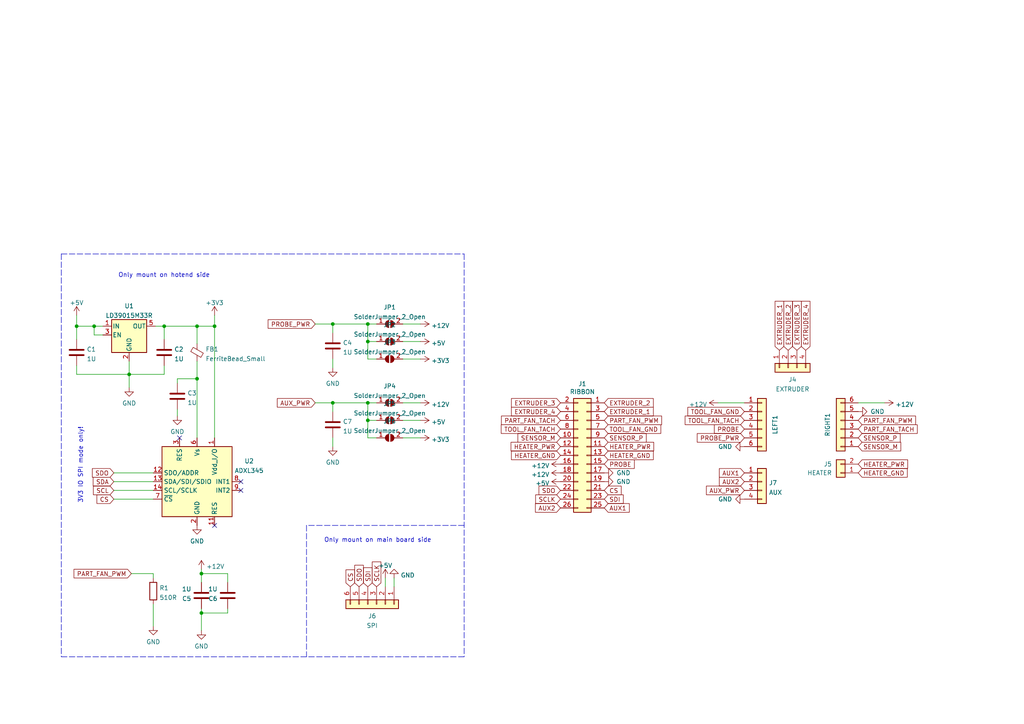
<source format=kicad_sch>
(kicad_sch (version 20211123) (generator eeschema)
  (paper "A4")
  (lib_symbols
    (symbol "Connector_Generic:Conn_02x13_Odd_Even" (pin_names (offset 1.016) hide)
      (property "Reference" "J" (at 1.27 17.78 0))
      (property "Value" "Connector_Generic_Conn_02x13_Odd_Even" (at 1.27 -17.78 0))
      (symbol "Conn_02x13_Odd_Even_1_1"
        (rectangle (start -1.27 -15.113) (end 0 -15.367) (stroke (width 0.1524)))
        (rectangle (start -1.27 -12.573) (end 0 -12.827) (stroke (width 0.1524)))
        (rectangle (start -1.27 -10.033) (end 0 -10.287) (stroke (width 0.1524)))
        (rectangle (start -1.27 -7.493) (end 0 -7.747) (stroke (width 0.1524)))
        (rectangle (start -1.27 -4.953) (end 0 -5.207) (stroke (width 0.1524)))
        (rectangle (start -1.27 -2.413) (end 0 -2.667) (stroke (width 0.1524)))
        (rectangle (start -1.27 0.127) (end 0 -0.127) (stroke (width 0.1524)))
        (rectangle (start -1.27 2.667) (end 0 2.413) (stroke (width 0.1524)))
        (rectangle (start -1.27 5.207) (end 0 4.953) (stroke (width 0.1524)))
        (rectangle (start -1.27 7.747) (end 0 7.493) (stroke (width 0.1524)))
        (rectangle (start -1.27 10.287) (end 0 10.033) (stroke (width 0.1524)))
        (rectangle (start -1.27 12.827) (end 0 12.573) (stroke (width 0.1524)))
        (rectangle (start -1.27 15.367) (end 0 15.113) (stroke (width 0.1524)))
        (rectangle (start -1.27 16.51) (end 3.81 -16.51) (stroke (width 0.254)) (fill (type background)))
        (rectangle (start 3.81 -15.113) (end 2.54 -15.367) (stroke (width 0.1524)))
        (rectangle (start 3.81 -12.573) (end 2.54 -12.827) (stroke (width 0.1524)))
        (rectangle (start 3.81 -10.033) (end 2.54 -10.287) (stroke (width 0.1524)))
        (rectangle (start 3.81 -7.493) (end 2.54 -7.747) (stroke (width 0.1524)))
        (rectangle (start 3.81 -4.953) (end 2.54 -5.207) (stroke (width 0.1524)))
        (rectangle (start 3.81 -2.413) (end 2.54 -2.667) (stroke (width 0.1524)))
        (rectangle (start 3.81 0.127) (end 2.54 -0.127) (stroke (width 0.1524)))
        (rectangle (start 3.81 2.667) (end 2.54 2.413) (stroke (width 0.1524)))
        (rectangle (start 3.81 5.207) (end 2.54 4.953) (stroke (width 0.1524)))
        (rectangle (start 3.81 7.747) (end 2.54 7.493) (stroke (width 0.1524)))
        (rectangle (start 3.81 10.287) (end 2.54 10.033) (stroke (width 0.1524)))
        (rectangle (start 3.81 12.827) (end 2.54 12.573) (stroke (width 0.1524)))
        (rectangle (start 3.81 15.367) (end 2.54 15.113) (stroke (width 0.1524)))
        (pin passive line (at -5.08 15.24 0) (length 3.81) (name "Pin_1") (number "1"))
        (pin passive line (at 7.62 5.08 180) (length 3.81) (name "Pin_10") (number "10"))
        (pin passive line (at -5.08 2.54 0) (length 3.81) (name "Pin_11") (number "11"))
        (pin passive line (at 7.62 2.54 180) (length 3.81) (name "Pin_12") (number "12"))
        (pin passive line (at -5.08 0 0) (length 3.81) (name "Pin_13") (number "13"))
        (pin passive line (at 7.62 0 180) (length 3.81) (name "Pin_14") (number "14"))
        (pin passive line (at -5.08 -2.54 0) (length 3.81) (name "Pin_15") (number "15"))
        (pin passive line (at 7.62 -2.54 180) (length 3.81) (name "Pin_16") (number "16"))
        (pin passive line (at -5.08 -5.08 0) (length 3.81) (name "Pin_17") (number "17"))
        (pin passive line (at 7.62 -5.08 180) (length 3.81) (name "Pin_18") (number "18"))
        (pin passive line (at -5.08 -7.62 0) (length 3.81) (name "Pin_19") (number "19"))
        (pin passive line (at 7.62 15.24 180) (length 3.81) (name "Pin_2") (number "2"))
        (pin passive line (at 7.62 -7.62 180) (length 3.81) (name "Pin_20") (number "20"))
        (pin passive line (at -5.08 -10.16 0) (length 3.81) (name "Pin_21") (number "21"))
        (pin passive line (at 7.62 -10.16 180) (length 3.81) (name "Pin_22") (number "22"))
        (pin passive line (at -5.08 -12.7 0) (length 3.81) (name "Pin_23") (number "23"))
        (pin passive line (at 7.62 -12.7 180) (length 3.81) (name "Pin_24") (number "24"))
        (pin passive line (at -5.08 -15.24 0) (length 3.81) (name "Pin_25") (number "25"))
        (pin passive line (at 7.62 -15.24 180) (length 3.81) (name "Pin_26") (number "26"))
        (pin passive line (at -5.08 12.7 0) (length 3.81) (name "Pin_3") (number "3"))
        (pin passive line (at 7.62 12.7 180) (length 3.81) (name "Pin_4") (number "4"))
        (pin passive line (at -5.08 10.16 0) (length 3.81) (name "Pin_5") (number "5"))
        (pin passive line (at 7.62 10.16 180) (length 3.81) (name "Pin_6") (number "6"))
        (pin passive line (at -5.08 7.62 0) (length 3.81) (name "Pin_7") (number "7"))
        (pin passive line (at 7.62 7.62 180) (length 3.81) (name "Pin_8") (number "8"))
        (pin passive line (at -5.08 5.08 0) (length 3.81) (name "Pin_9") (number "9"))
      )
    )
    (symbol "Device:C" (pin_numbers hide) (pin_names (offset 0.254))
      (property "Reference" "C" (at 0.635 2.54 0))
      (property "Value" "C" (at 0.635 -2.54 0))
      (symbol "C_0_1"
        (polyline (pts (xy -2.032 -0.762) (xy 2.032 -0.762)) (stroke (width 0.508)))
        (polyline (pts (xy -2.032 0.762) (xy 2.032 0.762)) (stroke (width 0.508)))
      )
      (symbol "C_1_1"
        (pin passive line (at 0 3.81 270) (length 2.794) (name "~") (number "1"))
        (pin passive line (at 0 -3.81 90) (length 2.794) (name "~") (number "2"))
      )
    )
    (symbol "Device:FerriteBead_Small" (pin_numbers hide) (pin_names (offset 0))
      (property "Reference" "FB" (at 1.905 1.27 0))
      (property "Value" "FerriteBead_Small" (at 1.905 -1.27 0))
      (symbol "FerriteBead_Small_0_1"
        (polyline (pts (xy 0 -1.27) (xy 0 -0.7874)))
        (polyline (pts (xy 0 0.889) (xy 0 1.2954)))
        (polyline (pts (xy -1.8288 0.2794) (xy -1.1176 1.4986) (xy 1.8288 -0.2032) (xy 1.1176 -1.4224) (xy -1.8288 0.2794)))
      )
      (symbol "FerriteBead_Small_1_1"
        (pin passive line (at 0 2.54 270) (length 1.27) (name "~") (number "1"))
        (pin passive line (at 0 -2.54 90) (length 1.27) (name "~") (number "2"))
      )
    )
    (symbol "Device:R" (pin_numbers hide) (pin_names (offset 0))
      (property "Reference" "R" (at 2.032 0 90))
      (property "Value" "R" (at 0 0 90))
      (symbol "R_0_1"
        (rectangle (start -1.016 -2.54) (end 1.016 2.54) (stroke (width 0.254)))
      )
      (symbol "R_1_1"
        (pin passive line (at 0 3.81 270) (length 1.27) (name "~") (number "1"))
        (pin passive line (at 0 -3.81 90) (length 1.27) (name "~") (number "2"))
      )
    )
    (symbol "Jumper:SolderJumper_2_Open" (pin_names (offset 0) hide)
      (property "Reference" "JP" (at 0 2.032 0))
      (property "Value" "SolderJumper_2_Open" (at 0 -2.54 0))
      (symbol "SolderJumper_2_Open_0_1"
        (arc (start -0.254 1.016) (mid -1.27 0) (end -0.254 -1.016))
        (arc (start -0.254 1.016) (mid -1.27 0) (end -0.254 -1.016) (fill (type outline)))
        (polyline (pts (xy -0.254 1.016) (xy -0.254 -1.016)))
        (polyline (pts (xy 0.254 1.016) (xy 0.254 -1.016)))
        (arc (start 0.254 -1.016) (mid 1.27 0) (end 0.254 1.016))
        (arc (start 0.254 -1.016) (mid 1.27 0) (end 0.254 1.016) (fill (type outline)))
      )
      (symbol "SolderJumper_2_Open_1_1"
        (pin passive line (at -3.81 0 0) (length 2.54) (name "A") (number "1"))
        (pin passive line (at 3.81 0 180) (length 2.54) (name "B") (number "2"))
      )
    )
    (symbol "Regulator_Linear:LD39015M33R" (pin_names (offset 0.254))
      (property "Reference" "U" (at -3.81 5.715 0))
      (property "Value" "LD39015M33R" (at 0 5.715 0))
      (symbol "LD39015M33R_0_1"
        (rectangle (start -5.08 4.445) (end 5.08 -5.08) (stroke (width 0.254)) (fill (type background)))
      )
      (symbol "LD39015M33R_1_1"
        (pin power_in line (at -7.62 2.54 0) (length 2.54) (name "IN") (number "1"))
        (pin power_in line (at 0 -7.62 90) (length 2.54) (name "GND") (number "2"))
        (pin input line (at -7.62 0 0) (length 2.54) (name "EN") (number "3"))
        (pin no_connect line (at 5.08 0 180) (length 2.54) hide (name "NC") (number "4"))
        (pin power_out line (at 7.62 2.54 180) (length 2.54) (name "OUT") (number "5"))
      )
    )
    (symbol "Sensor_Motion:ADXL343"
      (property "Reference" "U" (at -8.89 11.43 0))
      (property "Value" "ADXL343" (at -7.62 -11.43 0))
      (symbol "ADXL343_0_1"
        (rectangle (start -10.16 10.16) (end 10.16 -10.16) (stroke (width 0.254)) (fill (type background)))
      )
      (symbol "ADXL343_1_1"
        (pin power_in line (at 5.08 12.7 270) (length 2.54) (name "Vdd_I/O") (number "1"))
        (pin no_connect line (at -5.08 -10.16 90) (length 2.54) hide (name "NC") (number "10"))
        (pin passive line (at 5.08 -12.7 90) (length 2.54) (name "RES") (number "11"))
        (pin bidirectional line (at -12.7 2.54 0) (length 2.54) (name "SDO/ADDR") (number "12"))
        (pin bidirectional line (at -12.7 0 0) (length 2.54) (name "SDA/SDI/SDIO") (number "13"))
        (pin input line (at -12.7 -2.54 0) (length 2.54) (name "SCL/SCLK") (number "14"))
        (pin power_in line (at 0 -12.7 90) (length 2.54) (name "GND") (number "2"))
        (pin passive line (at -5.08 12.7 270) (length 2.54) (name "RES") (number "3"))
        (pin passive line (at 0 -12.7 90) (length 2.54) hide (name "GND") (number "4"))
        (pin passive line (at 0 -12.7 90) (length 2.54) hide (name "GND") (number "5"))
        (pin power_in line (at 0 12.7 270) (length 2.54) (name "Vs") (number "6"))
        (pin input line (at -12.7 -5.08 0) (length 2.54) (name "~{CS}") (number "7"))
        (pin output line (at 12.7 0 180) (length 2.54) (name "INT1") (number "8"))
        (pin output line (at 12.7 -2.54 180) (length 2.54) (name "INT2") (number "9"))
      )
    )
    (symbol "eva-terminals:Conn_01x02_dualpin" (pin_names (offset 1.016) hide)
      (property "Reference" "J3" (at 0 15.3965 0))
      (property "Value" "Conn_01x02_dualpin" (at 0 12.6214 0))
      (symbol "Conn_01x02_dualpin_1_1"
        (rectangle (start -1.27 0.127) (end 0 -0.127) (stroke (width 0.1524)))
        (rectangle (start -1.27 2.667) (end 0 2.413) (stroke (width 0.1524)))
        (rectangle (start -1.27 3.81) (end 1.27 -1.27) (stroke (width 0.254)) (fill (type background)))
        (pin passive line (at -5.08 2.54 0) (length 3.81) (name "Pin_1") (number "1"))
        (pin passive line (at -5.08 0 0) (length 3.81) (name "Pin_2") (number "2"))
        (pin passive line (at -5.08 2.54 0) (length 3.81) hide (name "Pin_1A") (number "A1"))
        (pin passive line (at -5.08 0 0) (length 3.81) hide (name "Pin_A2") (number "A2"))
      )
    )
    (symbol "eva-terminals:Conn_01x04_dual" (pin_names (offset 1.016) hide)
      (property "Reference" "J" (at 0 5.08 0))
      (property "Value" "Conn_01x04_dual" (at 0 -7.62 0))
      (symbol "Conn_01x04_dual_1_1"
        (rectangle (start -1.27 -4.953) (end 0 -5.207) (stroke (width 0.1524)))
        (rectangle (start -1.27 -2.413) (end 0 -2.667) (stroke (width 0.1524)))
        (rectangle (start -1.27 0.127) (end 0 -0.127) (stroke (width 0.1524)))
        (rectangle (start -1.27 2.667) (end 0 2.413) (stroke (width 0.1524)))
        (rectangle (start -1.27 3.81) (end 1.27 -6.35) (stroke (width 0.254)) (fill (type background)))
        (pin passive line (at -5.08 2.54 0) (length 3.81) (name "Pin_1") (number "1"))
        (pin passive line (at -5.08 0 0) (length 3.81) (name "Pin_2") (number "2"))
        (pin passive line (at -5.08 -2.54 0) (length 3.81) (name "Pin_3") (number "3"))
        (pin passive line (at -5.08 -5.08 0) (length 3.81) (name "Pin_4") (number "4"))
        (pin passive line (at -5.08 2.54 0) (length 3.81) hide (name "Pin_A1") (number "A1"))
        (pin passive line (at -5.08 0 0) (length 3.81) hide (name "Pin_A2") (number "A2"))
        (pin passive line (at -5.08 -2.54 0) (length 3.81) hide (name "Pin_A3") (number "A3"))
        (pin passive line (at -5.08 -5.08 0) (length 3.81) hide (name "Pin_A4") (number "A4"))
      )
    )
    (symbol "eva-terminals:Conn_01x06_dualpin" (pin_names (offset 1.016) hide)
      (property "Reference" "J3" (at 0 15.3965 0))
      (property "Value" "Conn_01x06_dualpin" (at 0 12.6214 0))
      (symbol "Conn_01x06_dualpin_1_1"
        (rectangle (start -1.27 -4.953) (end 0 -5.207) (stroke (width 0.1524)))
        (rectangle (start -1.27 -2.413) (end 0 -2.667) (stroke (width 0.1524)))
        (rectangle (start -1.27 0.127) (end 0 -0.127) (stroke (width 0.1524)))
        (rectangle (start -1.27 2.667) (end 0 2.413) (stroke (width 0.1524)))
        (rectangle (start -1.27 5.207) (end 0 4.953) (stroke (width 0.1524)))
        (rectangle (start -1.27 7.747) (end 0 7.493) (stroke (width 0.1524)))
        (rectangle (start -1.27 8.89) (end 1.27 -6.35) (stroke (width 0.254)) (fill (type background)))
        (pin passive line (at -5.08 7.62 0) (length 3.81) (name "Pin_1") (number "1"))
        (pin passive line (at -5.08 5.08 0) (length 3.81) (name "Pin_2") (number "2"))
        (pin passive line (at -5.08 2.54 0) (length 3.81) (name "Pin_3") (number "3"))
        (pin passive line (at -5.08 0 0) (length 3.81) (name "Pin_4") (number "4"))
        (pin passive line (at -5.08 -2.54 0) (length 3.81) (name "Pin_5") (number "5"))
        (pin passive line (at -5.08 -5.08 0) (length 3.81) (name "Pin_6") (number "6"))
        (pin passive line (at -5.08 7.62 0) (length 3.81) hide (name "Pin_1A") (number "A1"))
        (pin passive line (at -5.08 5.08 0) (length 3.81) hide (name "Pin_A2") (number "A2"))
        (pin passive line (at -5.08 2.54 0) (length 3.81) hide (name "Pin_3") (number "A3"))
        (pin passive line (at -5.08 0 0) (length 3.81) hide (name "Pin_A4") (number "A4"))
        (pin passive line (at -5.08 -2.54 0) (length 3.81) hide (name "Pin_A5") (number "A5"))
        (pin passive line (at -5.08 -5.08 0) (length 3.81) hide (name "Pin_A6") (number "A6"))
      )
    )
    (symbol "power:+12V" (power) (pin_names (offset 0))
      (property "Value" "+12V" (at 0 3.556 0))
      (symbol "+12V_0_1"
        (polyline (pts (xy -0.762 1.27) (xy 0 2.54)))
        (polyline (pts (xy 0 0) (xy 0 2.54)))
        (polyline (pts (xy 0 2.54) (xy 0.762 1.27)))
      )
      (symbol "+12V_1_1"
        (pin power_in line (at 0 0 90) (length 0) hide (name "+12V") (number "1"))
      )
    )
    (symbol "power:+3V3" (power) (pin_names (offset 0))
      (property "Value" "+3V3" (at 0 3.556 0))
      (symbol "+3V3_0_1"
        (polyline (pts (xy -0.762 1.27) (xy 0 2.54)))
        (polyline (pts (xy 0 0) (xy 0 2.54)))
        (polyline (pts (xy 0 2.54) (xy 0.762 1.27)))
      )
      (symbol "+3V3_1_1"
        (pin power_in line (at 0 0 90) (length 0) hide (name "+3V3") (number "1"))
      )
    )
    (symbol "power:+5V" (power) (pin_names (offset 0))
      (property "Value" "+5V" (at 0 3.556 0))
      (symbol "+5V_0_1"
        (polyline (pts (xy -0.762 1.27) (xy 0 2.54)))
        (polyline (pts (xy 0 0) (xy 0 2.54)))
        (polyline (pts (xy 0 2.54) (xy 0.762 1.27)))
      )
      (symbol "+5V_1_1"
        (pin power_in line (at 0 0 90) (length 0) hide (name "+5V") (number "1"))
      )
    )
    (symbol "power:GND" (power) (pin_names (offset 0))
      (property "Value" "GND" (at 0 -3.81 0))
      (symbol "GND_0_1"
        (polyline (pts (xy 0 0) (xy 0 -1.27) (xy 1.27 -1.27) (xy 0 -2.54) (xy -1.27 -1.27) (xy 0 -1.27)))
      )
      (symbol "GND_1_1"
        (pin power_in line (at 0 0 270) (length 0) hide (name "GND") (number "1"))
      )
    )
  )
  (junction (at 57.15 94.615))
  (junction (at 57.15 109.855))
  (junction (at 96.52 116.84))
  (junction (at 106.68 93.98))
  (junction (at 62.23 94.615))
  (junction (at 96.52 93.98))
  (junction (at 106.68 99.06))
  (junction (at 47.625 94.615))
  (junction (at 106.68 121.92))
  (junction (at 58.42 177.8))
  (junction (at 106.68 116.84))
  (junction (at 27.305 94.615))
  (junction (at 37.465 108.585))
  (junction (at 58.42 166.37))
  (junction (at 22.225 94.615))
  (no_connect (at 69.85 139.7))
  (no_connect (at 69.85 142.24))
  (no_connect (at 62.23 152.4))
  (no_connect (at 52.07 127))
  (wire (pts (xy 114.3 167.64) (xy 114.3 170.18)))
  (wire (pts (xy 47.625 94.615) (xy 47.625 98.425)))
  (wire (pts (xy 106.68 127) (xy 109.22 127)))
  (wire (pts (xy 106.68 93.98) (xy 106.68 99.06)))
  (wire (pts (xy 44.45 166.37) (xy 44.45 167.64)))
  (wire (pts (xy 116.84 104.14) (xy 121.92 104.14)))
  (polyline (pts (xy 134.62 190.5) (xy 83.82 190.5)))
  (wire (pts (xy 57.15 94.615) (xy 57.15 99.695)))
  (wire (pts (xy 37.465 108.585) (xy 37.465 104.775)))
  (wire (pts (xy 33.02 144.78) (xy 44.45 144.78)))
  (wire (pts (xy 22.225 94.615) (xy 27.305 94.615)))
  (wire (pts (xy 51.435 109.855) (xy 57.15 109.855)))
  (wire (pts (xy 47.625 94.615) (xy 57.15 94.615)))
  (polyline (pts (xy 88.9 152.4) (xy 88.9 190.5)))
  (wire (pts (xy 22.225 108.585) (xy 37.465 108.585)))
  (wire (pts (xy 91.44 116.84) (xy 96.52 116.84)))
  (wire (pts (xy 58.42 177.8) (xy 66.04 177.8)))
  (wire (pts (xy 106.68 116.84) (xy 106.68 121.92)))
  (wire (pts (xy 51.435 111.125) (xy 51.435 109.855)))
  (polyline (pts (xy 17.78 190.5) (xy 83.82 190.5)))
  (wire (pts (xy 57.15 94.615) (xy 62.23 94.615)))
  (wire (pts (xy 33.02 142.24) (xy 44.45 142.24)))
  (wire (pts (xy 106.68 121.92) (xy 106.68 127)))
  (wire (pts (xy 116.84 127) (xy 121.92 127)))
  (wire (pts (xy 106.68 121.92) (xy 109.22 121.92)))
  (polyline (pts (xy 134.62 73.66) (xy 134.62 190.5)))
  (wire (pts (xy 106.68 93.98) (xy 109.22 93.98)))
  (wire (pts (xy 248.92 116.84) (xy 256.54 116.84)))
  (wire (pts (xy 111.76 167.64) (xy 111.76 170.18)))
  (wire (pts (xy 57.15 104.775) (xy 57.15 109.855)))
  (wire (pts (xy 44.45 175.26) (xy 44.45 181.61)))
  (wire (pts (xy 106.68 116.84) (xy 109.22 116.84)))
  (wire (pts (xy 57.15 109.855) (xy 57.15 127)))
  (polyline (pts (xy 17.78 73.66) (xy 83.82 73.66)))
  (wire (pts (xy 45.085 94.615) (xy 47.625 94.615)))
  (wire (pts (xy 62.23 91.44) (xy 62.23 94.615)))
  (wire (pts (xy 38.1 166.37) (xy 44.45 166.37)))
  (wire (pts (xy 51.435 118.745) (xy 51.435 120.65)))
  (wire (pts (xy 106.68 99.06) (xy 106.68 104.14)))
  (wire (pts (xy 106.68 104.14) (xy 109.22 104.14)))
  (wire (pts (xy 22.225 106.045) (xy 22.225 108.585)))
  (wire (pts (xy 96.52 104.14) (xy 96.52 106.68)))
  (wire (pts (xy 22.225 94.615) (xy 22.225 98.425)))
  (wire (pts (xy 62.23 94.615) (xy 62.23 127)))
  (polyline (pts (xy 17.78 73.66) (xy 17.78 190.5)))
  (wire (pts (xy 27.305 97.155) (xy 27.305 94.615)))
  (wire (pts (xy 58.42 166.37) (xy 58.42 165.1)))
  (wire (pts (xy 58.42 177.8) (xy 58.42 176.53)))
  (wire (pts (xy 66.04 168.91) (xy 66.04 166.37)))
  (wire (pts (xy 96.52 116.84) (xy 96.52 119.38)))
  (wire (pts (xy 33.02 137.16) (xy 44.45 137.16)))
  (polyline (pts (xy 83.82 73.66) (xy 134.62 73.66)))
  (wire (pts (xy 27.305 94.615) (xy 29.845 94.615)))
  (wire (pts (xy 116.84 93.98) (xy 121.92 93.98)))
  (polyline (pts (xy 134.62 152.4) (xy 88.9 152.4)))
  (wire (pts (xy 37.465 108.585) (xy 37.465 112.395)))
  (wire (pts (xy 47.625 108.585) (xy 47.625 106.045)))
  (wire (pts (xy 96.52 116.84) (xy 106.68 116.84)))
  (wire (pts (xy 33.02 139.7) (xy 44.45 139.7)))
  (wire (pts (xy 116.84 116.84) (xy 121.92 116.84)))
  (wire (pts (xy 58.42 182.88) (xy 58.42 177.8)))
  (wire (pts (xy 22.225 91.44) (xy 22.225 94.615)))
  (wire (pts (xy 208.28 116.84) (xy 215.9 116.84)))
  (wire (pts (xy 96.52 93.98) (xy 106.68 93.98)))
  (wire (pts (xy 66.04 177.8) (xy 66.04 176.53)))
  (wire (pts (xy 58.42 168.91) (xy 58.42 166.37)))
  (wire (pts (xy 116.84 99.06) (xy 121.92 99.06)))
  (wire (pts (xy 66.04 166.37) (xy 58.42 166.37)))
  (wire (pts (xy 116.84 121.92) (xy 121.92 121.92)))
  (wire (pts (xy 37.465 108.585) (xy 47.625 108.585)))
  (wire (pts (xy 106.68 99.06) (xy 109.22 99.06)))
  (wire (pts (xy 91.44 93.98) (xy 96.52 93.98)))
  (wire (pts (xy 96.52 127) (xy 96.52 129.54)))
  (wire (pts (xy 29.845 97.155) (xy 27.305 97.155)))
  (wire (pts (xy 96.52 93.98) (xy 96.52 96.52)))
  (text "Only mount on main board side" (at 93.98 157.48 0) (effects (font (size 1.27 1.27)) (justify left bottom)))
  (text "Only mount on hotend side" (at 34.29 80.645 0) (effects (font (size 1.27 1.27)) (justify left bottom)))
  (text "3V3 IO SPI mode only!" (at 24.13 146.05 90) (effects (font (size 1.27 1.27)) (justify left bottom)))
  (global_label "HEATER_PWR" (shape input) (at 162.56 129.54 180) (property "Intersheet References" "${INTERSHEET_REFS}" (effects hide)))
  (global_label "PART_FAN_PWM" (shape input) (at 175.26 121.92 0) (property "Intersheet References" "${INTERSHEET_REFS}" (effects hide)))
  (global_label "SENSOR_P" (shape input) (at 175.26 127 0) (property "Intersheet References" "${INTERSHEET_REFS}" (effects hide)))
  (global_label "EXTRUDER_3" (shape input) (at 162.56 116.84 180) (property "Intersheet References" "${INTERSHEET_REFS}" (effects hide)))
  (global_label "PROBE_PWR" (shape input) (at 215.9 127 180) (property "Intersheet References" "${INTERSHEET_REFS}" (effects hide)))
  (global_label "PART_FAN_TACH" (shape input) (at 162.56 121.92 180) (property "Intersheet References" "${INTERSHEET_REFS}" (effects hide)))
  (global_label "EXTRUDER_3" (shape input) (at 231.14 101.6 90) (property "Intersheet References" "${INTERSHEET_REFS}" (effects hide)))
  (global_label "TOOL_FAN_TACH" (shape input) (at 215.9 121.92 180) (property "Intersheet References" "${INTERSHEET_REFS}" (effects hide)))
  (global_label "SENSOR_M" (shape input) (at 248.92 129.54 0) (property "Intersheet References" "${INTERSHEET_REFS}" (effects hide)))
  (global_label "PROBE" (shape input) (at 175.26 134.62 0) (property "Intersheet References" "${INTERSHEET_REFS}" (effects hide)))
  (global_label "AUX2" (shape input) (at 162.56 147.32 180) (property "Intersheet References" "${INTERSHEET_REFS}" (effects hide)))
  (global_label "EXTRUDER_1" (shape input) (at 175.26 119.38 0) (property "Intersheet References" "${INTERSHEET_REFS}" (effects hide)))
  (global_label "HEATER_GND" (shape input) (at 175.26 132.08 0) (property "Intersheet References" "${INTERSHEET_REFS}" (effects hide)))
  (global_label "PROBE_PWR" (shape input) (at 91.44 93.98 180) (property "Intersheet References" "${INTERSHEET_REFS}" (effects hide)))
  (global_label "EXTRUDER_1" (shape input) (at 226.06 101.6 90) (property "Intersheet References" "${INTERSHEET_REFS}" (effects hide)))
  (global_label "SENSOR_M" (shape input) (at 162.56 127 180) (property "Intersheet References" "${INTERSHEET_REFS}" (effects hide)))
  (global_label "SCL" (shape input) (at 33.02 142.24 180) (property "Intersheet References" "${INTERSHEET_REFS}" (effects hide)))
  (global_label "EXTRUDER_2" (shape input) (at 175.26 116.84 0) (property "Intersheet References" "${INTERSHEET_REFS}" (effects hide)))
  (global_label "PROBE" (shape input) (at 215.9 124.46 180) (property "Intersheet References" "${INTERSHEET_REFS}" (effects hide)))
  (global_label "SCLK" (shape input) (at 109.22 170.18 90) (property "Intersheet References" "${INTERSHEET_REFS}" (effects hide)))
  (global_label "HEATER_GND" (shape input) (at 162.56 132.08 180) (property "Intersheet References" "${INTERSHEET_REFS}" (effects hide)))
  (global_label "AUX1" (shape input) (at 215.9 137.16 180) (property "Intersheet References" "${INTERSHEET_REFS}" (effects hide)))
  (global_label "CS" (shape input) (at 33.02 144.78 180) (property "Intersheet References" "${INTERSHEET_REFS}" (effects hide)))
  (global_label "SDI" (shape input) (at 106.68 170.18 90) (property "Intersheet References" "${INTERSHEET_REFS}" (effects hide)))
  (global_label "CS" (shape input) (at 175.26 142.24 0) (property "Intersheet References" "${INTERSHEET_REFS}" (effects hide)))
  (global_label "SDO" (shape input) (at 33.02 137.16 180) (property "Intersheet References" "${INTERSHEET_REFS}" (effects hide)))
  (global_label "EXTRUDER_4" (shape input) (at 233.68 101.6 90) (property "Intersheet References" "${INTERSHEET_REFS}" (effects hide)))
  (global_label "PART_FAN_PWM" (shape input) (at 248.92 121.92 0) (property "Intersheet References" "${INTERSHEET_REFS}" (effects hide)))
  (global_label "SDO" (shape input) (at 162.56 142.24 180) (property "Intersheet References" "${INTERSHEET_REFS}" (effects hide)))
  (global_label "AUX1" (shape input) (at 175.26 147.32 0) (property "Intersheet References" "${INTERSHEET_REFS}" (effects hide)))
  (global_label "AUX2" (shape input) (at 215.9 139.7 180) (property "Intersheet References" "${INTERSHEET_REFS}" (effects hide)))
  (global_label "SDA" (shape input) (at 33.02 139.7 180) (property "Intersheet References" "${INTERSHEET_REFS}" (effects hide)))
  (global_label "AUX_PWR" (shape input) (at 91.44 116.84 180) (property "Intersheet References" "${INTERSHEET_REFS}" (effects hide)))
  (global_label "SENSOR_P" (shape input) (at 248.92 127 0) (property "Intersheet References" "${INTERSHEET_REFS}" (effects hide)))
  (global_label "EXTRUDER_4" (shape input) (at 162.56 119.38 180) (property "Intersheet References" "${INTERSHEET_REFS}" (effects hide)))
  (global_label "AUX_PWR" (shape input) (at 215.9 142.24 180) (property "Intersheet References" "${INTERSHEET_REFS}" (effects hide)))
  (global_label "SCLK" (shape input) (at 162.56 144.78 180) (property "Intersheet References" "${INTERSHEET_REFS}" (effects hide)))
  (global_label "HEATER_GND" (shape input) (at 248.92 137.16 0) (property "Intersheet References" "${INTERSHEET_REFS}" (effects hide)))
  (global_label "TOOL_FAN_GND" (shape input) (at 175.26 124.46 0) (property "Intersheet References" "${INTERSHEET_REFS}" (effects hide)))
  (global_label "PART_FAN_PWM" (shape input) (at 38.1 166.37 180) (property "Intersheet References" "${INTERSHEET_REFS}" (effects hide)))
  (global_label "HEATER_PWR" (shape input) (at 175.26 129.54 0) (property "Intersheet References" "${INTERSHEET_REFS}" (effects hide)))
  (global_label "SDO" (shape input) (at 104.14 170.18 90) (property "Intersheet References" "${INTERSHEET_REFS}" (effects hide)))
  (global_label "SDI" (shape input) (at 175.26 144.78 0) (property "Intersheet References" "${INTERSHEET_REFS}" (effects hide)))
  (global_label "TOOL_FAN_TACH" (shape input) (at 162.56 124.46 180) (property "Intersheet References" "${INTERSHEET_REFS}" (effects hide)))
  (global_label "EXTRUDER_2" (shape input) (at 228.6 101.6 90) (property "Intersheet References" "${INTERSHEET_REFS}" (effects hide)))
  (global_label "PART_FAN_TACH" (shape input) (at 248.92 124.46 0) (property "Intersheet References" "${INTERSHEET_REFS}" (effects hide)))
  (global_label "CS" (shape input) (at 101.6 170.18 90) (property "Intersheet References" "${INTERSHEET_REFS}" (effects hide)))
  (global_label "TOOL_FAN_GND" (shape input) (at 215.9 119.38 180) (property "Intersheet References" "${INTERSHEET_REFS}" (effects hide)))
  (global_label "HEATER_PWR" (shape input) (at 248.92 134.62 0) (property "Intersheet References" "${INTERSHEET_REFS}" (effects hide)))
  (symbol (lib_id "Connector_Generic:Conn_02x13_Odd_Even") (at 170.18 132.08 0) (mirror y) (unit 1)
    (property "Reference" "J1" (at 168.91 111.3282 0))
    (property "Value" "RIBBON" (at 168.91 113.6396 0))
    (property "Footprint" "Eagle_WR-MM (rev20b):690367292676" (effects hide))
  )
  (symbol (lib_id "eva-terminals:Conn_01x06_dualpin") (at 106.68 175.26 270) (unit 1)
    (property "Reference" "J6" (at 107.95 178.6795 90))
    (property "Value" "SPI" (at 107.95 181.4546 90))
    (property "Footprint" "Eagle_WR-TBL Spring Clamp (rev21a):691403900006B" (effects hide))
  )
  (symbol (lib_id "power:GND") (at 175.26 137.16 90) (mirror x) (unit 1)
    (property "Reference" "#PWR0101" (effects hide))
    (property "Value" "GND" (at 182.88 137.16 90) (effects (justify left)))
  )
  (symbol (lib_id "power:+3V3") (at 121.92 127 270) (unit 1)
    (property "Reference" "#PWR0121" (effects hide))
    (property "Value" "+3V3" (at 125.095 127.479 90) (effects (justify left)))
  )
  (symbol (lib_id "Jumper:SolderJumper_2_Open") (at 113.03 121.92 0) (unit 1)
    (property "Reference" "JP5" (at 113.03 117.0645 0))
    (property "Value" "SolderJumper_2_Open" (at 113.03 119.8396 0))
    (property "Footprint" "Jumper:SolderJumper-2_P1.3mm_Open_RoundedPad1.0x1.5mm" (effects hide))
  )
  (symbol (lib_id "Jumper:SolderJumper_2_Open") (at 113.03 104.14 0) (unit 1)
    (property "Reference" "JP3" (at 113.03 99.2845 0))
    (property "Value" "SolderJumper_2_Open" (at 113.03 102.0596 0))
    (property "Footprint" "Jumper:SolderJumper-2_P1.3mm_Open_RoundedPad1.0x1.5mm" (effects hide))
  )
  (symbol (lib_id "Regulator_Linear:LD39015M33R") (at 37.465 97.155 0) (unit 1)
    (property "Reference" "U1" (at 37.465 88.7435 0))
    (property "Value" "LD39015M33R" (at 37.465 91.5186 0))
    (property "Footprint" "Package_TO_SOT_SMD:SOT-23-5" (effects hide))
    (property "Datasheet" "http://www.st.com/resource/en/datasheet/ld39015.pdf" (effects hide))
  )
  (symbol (lib_id "power:GND") (at 58.42 182.88 0) (unit 1)
    (property "Reference" "#PWR0124" (effects hide))
    (property "Value" "GND" (at 58.42 187.4425 0))
  )
  (symbol (lib_id "Device:C") (at 96.52 123.19 0) (unit 1)
    (property "Reference" "C7" (at 99.441 122.2815 0) (effects (justify left)))
    (property "Value" "1U" (at 99.441 125.0566 0) (effects (justify left)))
    (property "Footprint" "Capacitor_SMD:C_0805_2012Metric" (effects hide))
  )
  (symbol (lib_id "Device:C") (at 96.52 100.33 0) (unit 1)
    (property "Reference" "C4" (at 99.441 99.4215 0) (effects (justify left)))
    (property "Value" "1U" (at 99.441 102.1966 0) (effects (justify left)))
    (property "Footprint" "Capacitor_SMD:C_0805_2012Metric" (effects hide))
  )
  (symbol (lib_id "power:+12V") (at 58.42 165.1 0) (unit 1)
    (property "Reference" "#PWR0126" (effects hide))
    (property "Value" "+12V" (at 59.817 164.309 0) (effects (justify left)))
  )
  (symbol (lib_id "Device:C") (at 47.625 102.235 0) (unit 1)
    (property "Reference" "C2" (at 50.546 101.3265 0) (effects (justify left)))
    (property "Value" "1U" (at 50.546 104.1016 0) (effects (justify left)))
    (property "Footprint" "Capacitor_SMD:C_0805_2012Metric" (effects hide))
  )
  (symbol (lib_id "eva-terminals:Conn_01x02_dualpin") (at 243.84 134.62 180) (unit 1)
    (property "Reference" "J5" (at 241.3 134.62 0) (effects (justify left)))
    (property "Value" "HEATER" (at 241.3 137.16 0) (effects (justify left)))
    (property "Footprint" "Eagle_WR-TBL Spring Clamp (rev21a):691401700002B" (effects hide))
  )
  (symbol (lib_id "power:+12V") (at 162.56 137.16 90) (unit 1)
    (property "Reference" "#PWR0107" (effects hide))
    (property "Value" "+12V" (at 159.385 137.639 90) (effects (justify left)))
  )
  (symbol (lib_id "power:GND") (at 215.9 144.78 270) (mirror x) (unit 1)
    (property "Reference" "#PWR0118" (effects hide))
    (property "Value" "GND" (at 208.28 144.78 90) (effects (justify left)))
  )
  (symbol (lib_id "Jumper:SolderJumper_2_Open") (at 113.03 127 0) (unit 1)
    (property "Reference" "JP6" (at 113.03 122.1445 0))
    (property "Value" "SolderJumper_2_Open" (at 113.03 124.9196 0))
    (property "Footprint" "Jumper:SolderJumper-2_P1.3mm_Open_RoundedPad1.0x1.5mm" (effects hide))
  )
  (symbol (lib_id "Jumper:SolderJumper_2_Open") (at 113.03 99.06 0) (unit 1)
    (property "Reference" "JP2" (at 113.03 94.2045 0))
    (property "Value" "SolderJumper_2_Open" (at 113.03 96.9796 0))
    (property "Footprint" "Jumper:SolderJumper-2_P1.3mm_Open_RoundedPad1.0x1.5mm" (effects hide))
  )
  (symbol (lib_id "power:+12V") (at 256.54 116.84 270) (mirror x) (unit 1)
    (property "Reference" "#PWR0115" (effects hide))
    (property "Value" "+12V" (at 259.715 117.319 90) (effects (justify left)))
  )
  (symbol (lib_id "power:+5V") (at 121.92 99.06 270) (unit 1)
    (property "Reference" "#PWR0110" (effects hide))
    (property "Value" "+5V" (at 125.095 99.539 90) (effects (justify left)))
  )
  (symbol (lib_id "power:GND") (at 44.45 181.61 0) (unit 1)
    (property "Reference" "#PWR0123" (effects hide))
    (property "Value" "GND" (at 44.45 186.1725 0))
  )
  (symbol (lib_id "power:GND") (at 215.9 129.54 270) (mirror x) (unit 1)
    (property "Reference" "#PWR0119" (effects hide))
    (property "Value" "GND" (at 208.28 129.54 90) (effects (justify left)))
  )
  (symbol (lib_id "power:GND") (at 114.3 167.64 180) (unit 1)
    (property "Reference" "#PWR0105" (effects hide))
    (property "Value" "GND" (at 116.205 166.849 0) (effects (justify right)))
  )
  (symbol (lib_id "Sensor_Motion:ADXL343") (at 57.15 139.7 0) (unit 1)
    (property "Reference" "U2" (at 72.2638 133.7267 0))
    (property "Value" "ADXL345" (at 72.2638 136.5018 0))
    (property "Footprint" "Package_LGA:LGA-14_3x5mm_P0.8mm_LayoutBorder1x6y" (effects hide))
    (property "Datasheet" "https://www.analog.com/media/en/technical-documentation/data-sheets/ADXL343.pdf" (effects hide))
  )
  (symbol (lib_id "power:GND") (at 37.465 112.395 0) (unit 1)
    (property "Reference" "#PWR01" (effects hide))
    (property "Value" "GND" (at 37.465 116.9575 0))
  )
  (symbol (lib_id "power:+12V") (at 121.92 93.98 270) (unit 1)
    (property "Reference" "#PWR0111" (effects hide))
    (property "Value" "+12V" (at 125.095 94.459 90) (effects (justify left)))
  )
  (symbol (lib_id "eva-terminals:Conn_01x06_dualpin") (at 220.98 124.46 0) (unit 1)
    (property "Reference" "LEFT1" (at 224.79 123.19 90))
    (property "Value" "691403900006B" (effects hide))
    (property "Footprint" "Eagle_WR-TBL Spring Clamp (rev21a):691403900006B" (effects hide))
  )
  (symbol (lib_id "Device:R") (at 44.45 171.45 0) (unit 1)
    (property "Reference" "R1" (at 46.228 170.5415 0) (effects (justify left)))
    (property "Value" "510R" (at 46.228 173.3166 0) (effects (justify left)))
    (property "Footprint" "Resistor_SMD:R_0603_1608Metric" (effects hide))
  )
  (symbol (lib_id "power:GND") (at 96.52 129.54 0) (unit 1)
    (property "Reference" "#PWR0122" (effects hide))
    (property "Value" "GND" (at 96.52 134.1025 0))
  )
  (symbol (lib_id "eva-terminals:Conn_01x06_dualpin") (at 243.84 121.92 180) (unit 1)
    (property "Reference" "RIGHT1" (at 240.03 123.19 90))
    (property "Value" "691403900006B" (effects hide))
    (property "Footprint" "Eagle_WR-TBL Spring Clamp (rev21a):691403900006B" (effects hide))
  )
  (symbol (lib_id "power:+12V") (at 208.28 116.84 90) (unit 1)
    (property "Reference" "#PWR0117" (effects hide))
    (property "Value" "+12V" (at 205.105 117.319 90) (effects (justify left)))
  )
  (symbol (lib_id "Device:C") (at 22.225 102.235 0) (unit 1)
    (property "Reference" "C1" (at 25.146 101.3265 0) (effects (justify left)))
    (property "Value" "1U" (at 25.146 104.1016 0) (effects (justify left)))
    (property "Footprint" "Capacitor_SMD:C_0805_2012Metric" (effects hide))
  )
  (symbol (lib_id "power:+5V") (at 121.92 121.92 270) (unit 1)
    (property "Reference" "#PWR0120" (effects hide))
    (property "Value" "+5V" (at 125.095 122.399 90) (effects (justify left)))
  )
  (symbol (lib_id "power:GND") (at 51.435 120.65 0) (unit 1)
    (property "Reference" "#PWR0112" (effects hide))
    (property "Value" "GND" (at 51.435 125.2125 0))
  )
  (symbol (lib_id "Device:C") (at 51.435 114.935 0) (unit 1)
    (property "Reference" "C3" (at 54.356 114.0265 0) (effects (justify left)))
    (property "Value" "1U" (at 54.356 116.8016 0) (effects (justify left)))
    (property "Footprint" "Capacitor_SMD:C_0805_2012Metric" (effects hide))
  )
  (symbol (lib_id "Jumper:SolderJumper_2_Open") (at 113.03 93.98 0) (unit 1)
    (property "Reference" "JP1" (at 113.03 89.1245 0))
    (property "Value" "SolderJumper_2_Open" (at 113.03 91.8996 0))
    (property "Footprint" "Jumper:SolderJumper-2_P1.3mm_Open_RoundedPad1.0x1.5mm" (effects hide))
  )
  (symbol (lib_id "eva-terminals:Conn_01x04_dual") (at 220.98 139.7 0) (unit 1)
    (property "Reference" "J7" (at 223.012 140.0615 0) (effects (justify left)))
    (property "Value" "AUX" (at 223.012 142.8366 0) (effects (justify left)))
    (property "Footprint" "Eagle_WR-TBL Spring Clamp (rev21a):691403900004B" (effects hide))
  )
  (symbol (lib_id "power:+5V") (at 22.225 91.44 0) (unit 1)
    (property "Reference" "#PWR0102" (effects hide))
    (property "Value" "+5V" (at 22.225 87.8355 0))
  )
  (symbol (lib_id "Device:C") (at 66.04 172.72 180) (unit 1)
    (property "Reference" "C6" (at 63.119 173.6285 0) (effects (justify left)))
    (property "Value" "1U" (at 63.119 170.8534 0) (effects (justify left)))
    (property "Footprint" "Capacitor_SMD:C_0805_2012Metric" (effects hide))
  )
  (symbol (lib_id "power:GND") (at 96.52 106.68 0) (unit 1)
    (property "Reference" "#PWR0114" (effects hide))
    (property "Value" "GND" (at 96.52 111.2425 0))
  )
  (symbol (lib_id "power:GND") (at 175.26 139.7 90) (mirror x) (unit 1)
    (property "Reference" "#PWR0108" (effects hide))
    (property "Value" "GND" (at 182.88 139.7 90) (effects (justify left)))
  )
  (symbol (lib_id "eva-terminals:Conn_01x04_dual") (at 228.6 106.68 90) (mirror x) (unit 1)
    (property "Reference" "J4" (at 229.87 110.0995 90))
    (property "Value" "EXTRUDER" (at 229.87 112.8746 90))
    (property "Footprint" "Eagle_WR-TBL Spring Clamp (rev21a):691402910004B" (effects hide))
  )
  (symbol (lib_id "power:+5V") (at 162.56 139.7 90) (unit 1)
    (property "Reference" "#PWR0103" (effects hide))
    (property "Value" "+5V" (at 159.3851 140.179 90) (effects (justify left)))
  )
  (symbol (lib_id "power:+5V") (at 111.76 167.64 0) (unit 1)
    (property "Reference" "#PWR0104" (effects hide))
    (property "Value" "+5V" (at 111.76 164.0355 0))
  )
  (symbol (lib_id "power:+3V3") (at 62.23 91.44 0) (unit 1)
    (property "Reference" "#PWR0113" (effects hide))
    (property "Value" "+3V3" (at 62.23 87.8355 0))
  )
  (symbol (lib_id "power:GND") (at 248.92 119.38 90) (unit 1)
    (property "Reference" "#PWR0116" (effects hide))
    (property "Value" "GND" (at 256.54 119.38 90) (effects (justify left)))
  )
  (symbol (lib_id "Device:FerriteBead_Small") (at 57.15 102.235 0) (unit 1)
    (property "Reference" "FB1" (at 59.6138 101.2884 0) (effects (justify left)))
    (property "Value" "FerriteBead_Small" (at 59.6138 104.0635 0) (effects (justify left)))
    (property "Footprint" "Inductor_SMD:L_0603_1608Metric" (effects hide))
  )
  (symbol (lib_id "Device:C") (at 58.42 172.72 180) (unit 1)
    (property "Reference" "C5" (at 55.499 173.6285 0) (effects (justify left)))
    (property "Value" "1U" (at 55.499 170.8534 0) (effects (justify left)))
    (property "Footprint" "Capacitor_SMD:C_0805_2012Metric" (effects hide))
  )
  (symbol (lib_id "power:+12V") (at 162.56 134.62 90) (unit 1)
    (property "Reference" "#PWR0106" (effects hide))
    (property "Value" "+12V" (at 159.385 135.099 90) (effects (justify left)))
  )
  (symbol (lib_id "power:+3V3") (at 121.92 104.14 270) (unit 1)
    (property "Reference" "#PWR0109" (effects hide))
    (property "Value" "+3V3" (at 125.095 104.619 90) (effects (justify left)))
  )
  (symbol (lib_id "Jumper:SolderJumper_2_Open") (at 113.03 116.84 0) (unit 1)
    (property "Reference" "JP4" (at 113.03 111.9845 0))
    (property "Value" "SolderJumper_2_Open" (at 113.03 114.7596 0))
    (property "Footprint" "Jumper:SolderJumper-2_P1.3mm_Open_RoundedPad1.0x1.5mm" (effects hide))
  )
  (symbol (lib_id "power:GND") (at 57.15 152.4 0) (unit 1)
    (property "Reference" "#PWR02" (effects hide))
    (property "Value" "GND" (at 57.15 156.9625 0))
  )
  (symbol (lib_id "power:+12V") (at 121.92 116.84 270) (unit 1)
    (property "Reference" "#PWR0125" (effects hide))
    (property "Value" "+12V" (at 125.095 117.319 90) (effects (justify left)))
  )
)
</source>
